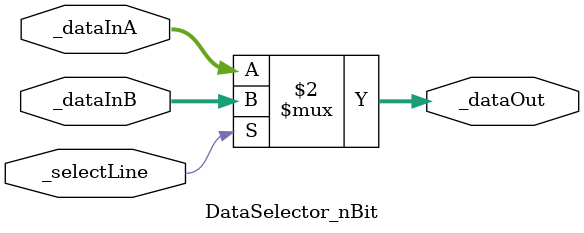
<source format=v>
`timescale 1ns / 1ps


module DataSelector_nBit(
//define inputs
input [15:0] _dataInA, _dataInB,
input _selectLine,

//define outputs
output [15:0] _dataOut
    );

assign _dataOut = (_selectLine == 1'b0) ? _dataInA:_dataInB;
   
endmodule

</source>
